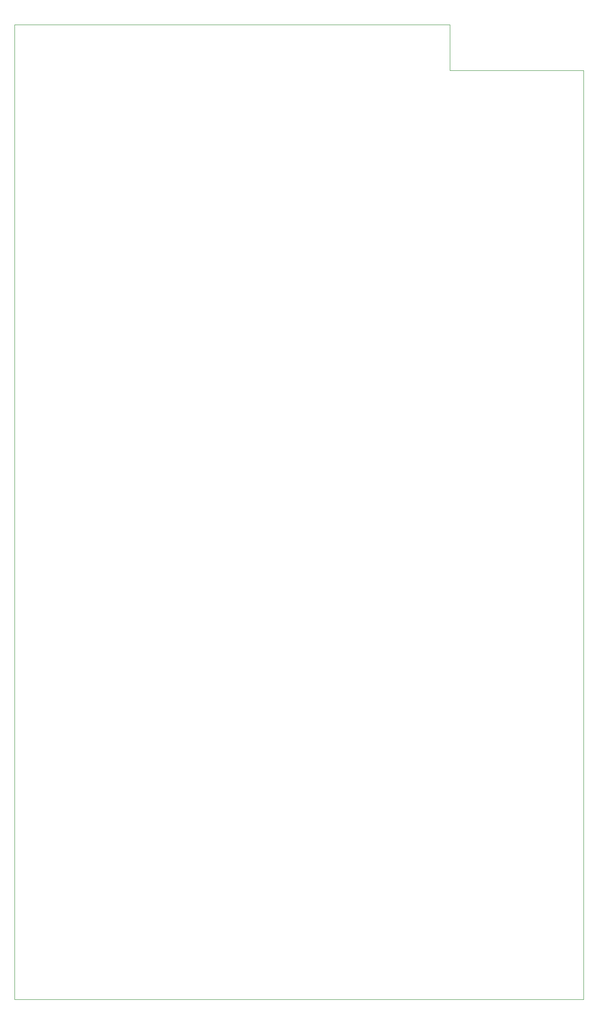
<source format=gbr>
%TF.GenerationSoftware,KiCad,Pcbnew,7.0.1*%
%TF.CreationDate,2023-12-13T20:39:25+01:00*%
%TF.ProjectId,big_pcb,6269675f-7063-4622-9e6b-696361645f70,rev?*%
%TF.SameCoordinates,Original*%
%TF.FileFunction,Profile,NP*%
%FSLAX46Y46*%
G04 Gerber Fmt 4.6, Leading zero omitted, Abs format (unit mm)*
G04 Created by KiCad (PCBNEW 7.0.1) date 2023-12-13 20:39:25*
%MOMM*%
%LPD*%
G01*
G04 APERTURE LIST*
%TA.AperFunction,Profile*%
%ADD10C,0.100000*%
%TD*%
G04 APERTURE END LIST*
D10*
X146390000Y-237390000D02*
X255990000Y-237390000D01*
X146390000Y-49790000D02*
X230190000Y-49790000D01*
X255990000Y-237390000D02*
X255990000Y-58600000D01*
X230190000Y-49790000D02*
X230190000Y-58600000D01*
X146390000Y-237390000D02*
X146390000Y-49790000D01*
X230190000Y-58600000D02*
X255990000Y-58600000D01*
M02*

</source>
